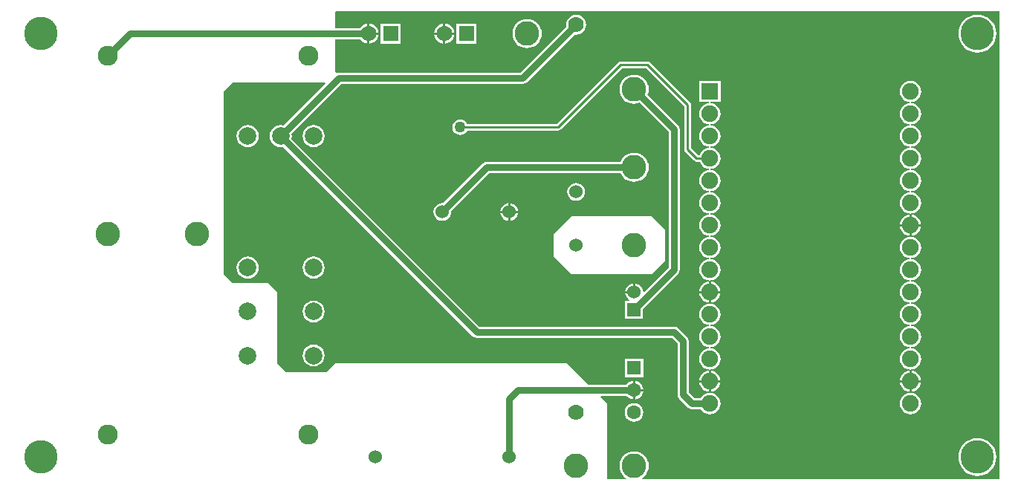
<source format=gbl>
G04 Layer_Physical_Order=2*
G04 Layer_Color=11436288*
%FSLAX25Y25*%
%MOIN*%
G70*
G01*
G75*
%ADD15C,0.01000*%
%ADD16C,0.03000*%
%ADD17C,0.09000*%
%ADD18R,0.06000X0.06000*%
%ADD19C,0.06000*%
%ADD20C,0.06299*%
%ADD21R,0.06299X0.06299*%
%ADD22C,0.11000*%
%ADD23C,0.07000*%
%ADD24C,0.07874*%
%ADD25C,0.07500*%
%ADD26R,0.07500X0.07500*%
%ADD27C,0.15000*%
%ADD28R,0.07000X0.07000*%
%ADD29C,0.05000*%
G36*
X1250000Y700000D02*
Y490353D01*
X1249646Y490000D01*
X1100000Y490000D01*
X1089592D01*
X1089471Y490485D01*
X1089629Y490569D01*
X1090618Y491382D01*
X1091431Y492371D01*
X1092034Y493501D01*
X1092406Y494726D01*
X1092531Y496000D01*
X1092406Y497274D01*
X1092034Y498499D01*
X1091431Y499629D01*
X1090618Y500618D01*
X1089629Y501431D01*
X1088500Y502034D01*
X1087274Y502406D01*
X1086000Y502531D01*
X1084726Y502406D01*
X1083500Y502034D01*
X1082371Y501431D01*
X1081382Y500618D01*
X1080569Y499629D01*
X1079966Y498499D01*
X1079594Y497274D01*
X1079469Y496000D01*
X1079594Y494726D01*
X1079966Y493501D01*
X1080569Y492371D01*
X1081382Y491382D01*
X1082371Y490569D01*
X1082529Y490485D01*
X1082407Y490000D01*
X1074000D01*
Y524000D01*
X1071011Y526989D01*
X1071202Y527451D01*
X1082725D01*
X1083041Y527040D01*
X1083907Y526375D01*
X1084917Y525957D01*
X1085500Y525880D01*
Y530000D01*
Y534120D01*
X1084917Y534043D01*
X1083907Y533625D01*
X1083041Y532960D01*
X1082725Y532549D01*
X1065451D01*
X1056000Y542000D01*
X952000D01*
X948000Y538000D01*
X930000D01*
X926000Y542000D01*
Y574000D01*
X922000Y578000D01*
X906000D01*
X902000Y582000D01*
Y664000D01*
X906000Y668000D01*
X947206D01*
X947397Y667538D01*
X928679Y648820D01*
X927464Y648980D01*
X926175Y648810D01*
X924974Y648313D01*
X923943Y647521D01*
X923151Y646490D01*
X922654Y645289D01*
X922484Y644000D01*
X922654Y642711D01*
X923151Y641510D01*
X923943Y640479D01*
X924974Y639687D01*
X926175Y639190D01*
X927464Y639020D01*
X928679Y639180D01*
X1013661Y554198D01*
X1014488Y553645D01*
X1015464Y553451D01*
X1102944D01*
X1105451Y550944D01*
Y528000D01*
X1105645Y527025D01*
X1106198Y526198D01*
X1110198Y522198D01*
X1111024Y521645D01*
X1112000Y521451D01*
X1115969D01*
X1116612Y520612D01*
X1117605Y519851D01*
X1118760Y519372D01*
X1120000Y519209D01*
X1121240Y519372D01*
X1122396Y519851D01*
X1123388Y520612D01*
X1124149Y521604D01*
X1124628Y522760D01*
X1124791Y524000D01*
X1124628Y525240D01*
X1124149Y526396D01*
X1123388Y527388D01*
X1122396Y528149D01*
X1121240Y528628D01*
X1120328Y528748D01*
Y528770D01*
X1120157D01*
X1120000Y528791D01*
X1119843Y528770D01*
X1119672D01*
Y528748D01*
X1118760Y528628D01*
X1117605Y528149D01*
X1116612Y527388D01*
X1115969Y526549D01*
X1113056D01*
X1110549Y529056D01*
Y552000D01*
X1110355Y552976D01*
X1109802Y553802D01*
X1105802Y557802D01*
X1104975Y558355D01*
X1104000Y558549D01*
X1016520D01*
X932283Y642785D01*
X932443Y644000D01*
X932283Y645215D01*
X954520Y667451D01*
X1036000D01*
X1036975Y667645D01*
X1037802Y668198D01*
X1059175Y689570D01*
X1060000Y689461D01*
X1061175Y689616D01*
X1062269Y690069D01*
X1063209Y690791D01*
X1063931Y691731D01*
X1064384Y692825D01*
X1064539Y694000D01*
X1064384Y695175D01*
X1063931Y696269D01*
X1063209Y697209D01*
X1062269Y697931D01*
X1061175Y698384D01*
X1060000Y698539D01*
X1058825Y698384D01*
X1057731Y697931D01*
X1056791Y697209D01*
X1056069Y696269D01*
X1055616Y695175D01*
X1055461Y694000D01*
X1055570Y693175D01*
X1034944Y672549D01*
X953464D01*
X952500Y672357D01*
X952410Y672341D01*
X952000Y672628D01*
Y687451D01*
X963084D01*
X963591Y686791D01*
X964531Y686069D01*
X965625Y685616D01*
X966300Y685527D01*
Y690000D01*
Y694473D01*
X965625Y694384D01*
X964531Y693931D01*
X963591Y693209D01*
X963084Y692549D01*
X952000D01*
Y699646D01*
X952354Y700000D01*
X1250000Y700000D01*
D02*
G37*
%LPC*%
G36*
X942228Y550554D02*
X940939Y550385D01*
X939738Y549887D01*
X938706Y549096D01*
X937915Y548065D01*
X937418Y546864D01*
X937248Y545575D01*
X937418Y544286D01*
X937915Y543085D01*
X938706Y542054D01*
X939738Y541262D01*
X940939Y540765D01*
X942228Y540595D01*
X943516Y540765D01*
X944717Y541262D01*
X945749Y542054D01*
X946540Y543085D01*
X947038Y544286D01*
X947207Y545575D01*
X947038Y546864D01*
X946540Y548065D01*
X945749Y549096D01*
X944717Y549887D01*
X943516Y550385D01*
X942228Y550554D01*
D02*
G37*
G36*
Y570239D02*
X940939Y570070D01*
X939738Y569572D01*
X938706Y568781D01*
X937915Y567750D01*
X937418Y566549D01*
X937248Y565260D01*
X937418Y563971D01*
X937915Y562770D01*
X938706Y561739D01*
X939738Y560947D01*
X940939Y560450D01*
X942228Y560280D01*
X943516Y560450D01*
X944717Y560947D01*
X945749Y561739D01*
X946540Y562770D01*
X947038Y563971D01*
X947207Y565260D01*
X947038Y566549D01*
X946540Y567750D01*
X945749Y568781D01*
X944717Y569572D01*
X943516Y570070D01*
X942228Y570239D01*
D02*
G37*
G36*
X1119500Y573500D02*
X1115275D01*
X1115372Y572760D01*
X1115851Y571604D01*
X1116612Y570612D01*
X1117605Y569851D01*
X1118760Y569372D01*
X1119500Y569275D01*
Y573500D01*
D02*
G37*
G36*
X1120000Y568791D02*
X1119843Y568771D01*
X1119672D01*
Y568748D01*
X1118760Y568628D01*
X1117605Y568149D01*
X1116612Y567388D01*
X1115851Y566396D01*
X1115372Y565240D01*
X1115209Y564000D01*
X1115372Y562760D01*
X1115851Y561604D01*
X1116612Y560612D01*
X1117605Y559851D01*
X1118760Y559372D01*
X1119672Y559252D01*
Y558748D01*
X1118760Y558628D01*
X1117605Y558149D01*
X1116612Y557388D01*
X1115851Y556395D01*
X1115372Y555240D01*
X1115209Y554000D01*
X1115372Y552760D01*
X1115851Y551605D01*
X1116612Y550612D01*
X1117605Y549851D01*
X1118760Y549372D01*
X1119672Y549252D01*
Y548748D01*
X1118760Y548628D01*
X1117605Y548149D01*
X1116612Y547388D01*
X1115851Y546395D01*
X1115372Y545240D01*
X1115209Y544000D01*
X1115372Y542760D01*
X1115851Y541605D01*
X1116612Y540612D01*
X1117605Y539851D01*
X1118760Y539372D01*
X1119672Y539252D01*
Y539229D01*
X1119843D01*
X1120000Y539209D01*
X1120157Y539229D01*
X1120328D01*
Y539252D01*
X1121240Y539372D01*
X1122396Y539851D01*
X1123388Y540612D01*
X1124149Y541605D01*
X1124628Y542760D01*
X1124791Y544000D01*
X1124628Y545240D01*
X1124149Y546395D01*
X1123388Y547388D01*
X1122396Y548149D01*
X1121240Y548628D01*
X1120328Y548748D01*
Y549252D01*
X1121240Y549372D01*
X1122396Y549851D01*
X1123388Y550612D01*
X1124149Y551605D01*
X1124628Y552760D01*
X1124791Y554000D01*
X1124628Y555240D01*
X1124149Y556395D01*
X1123388Y557388D01*
X1122396Y558149D01*
X1121240Y558628D01*
X1120328Y558748D01*
Y559252D01*
X1121240Y559372D01*
X1122396Y559851D01*
X1123388Y560612D01*
X1124149Y561604D01*
X1124628Y562760D01*
X1124791Y564000D01*
X1124628Y565240D01*
X1124149Y566396D01*
X1123388Y567388D01*
X1122396Y568149D01*
X1121240Y568628D01*
X1120328Y568748D01*
Y568771D01*
X1120157D01*
X1120000Y568791D01*
D02*
G37*
G36*
X1210000Y598791D02*
X1209843Y598771D01*
X1209672D01*
Y598748D01*
X1208760Y598628D01*
X1207605Y598149D01*
X1206612Y597388D01*
X1205851Y596395D01*
X1205372Y595240D01*
X1205209Y594000D01*
X1205372Y592760D01*
X1205851Y591605D01*
X1206612Y590612D01*
X1207605Y589851D01*
X1208760Y589372D01*
X1209672Y589252D01*
Y588748D01*
X1208760Y588628D01*
X1207605Y588149D01*
X1206612Y587388D01*
X1205851Y586396D01*
X1205372Y585240D01*
X1205209Y584000D01*
X1205372Y582760D01*
X1205851Y581604D01*
X1206612Y580612D01*
X1207605Y579851D01*
X1208760Y579372D01*
X1209672Y579252D01*
Y578748D01*
X1208760Y578628D01*
X1207605Y578149D01*
X1206612Y577388D01*
X1205851Y576396D01*
X1205372Y575240D01*
X1205209Y574000D01*
X1205372Y572760D01*
X1205851Y571604D01*
X1206612Y570612D01*
X1207605Y569851D01*
X1208760Y569372D01*
X1209672Y569252D01*
Y568748D01*
X1208760Y568628D01*
X1207605Y568149D01*
X1206612Y567388D01*
X1205851Y566396D01*
X1205372Y565240D01*
X1205209Y564000D01*
X1205372Y562760D01*
X1205851Y561604D01*
X1206612Y560612D01*
X1207605Y559851D01*
X1208760Y559372D01*
X1209672Y559252D01*
Y558748D01*
X1208760Y558628D01*
X1207605Y558149D01*
X1206612Y557388D01*
X1205851Y556395D01*
X1205372Y555240D01*
X1205209Y554000D01*
X1205372Y552760D01*
X1205851Y551605D01*
X1206612Y550612D01*
X1207605Y549851D01*
X1208760Y549372D01*
X1209672Y549252D01*
Y548748D01*
X1208760Y548628D01*
X1207605Y548149D01*
X1206612Y547388D01*
X1205851Y546395D01*
X1205372Y545240D01*
X1205209Y544000D01*
X1205372Y542760D01*
X1205851Y541605D01*
X1206612Y540612D01*
X1207605Y539851D01*
X1208760Y539372D01*
X1209672Y539252D01*
Y539229D01*
X1209843D01*
X1210000Y539209D01*
X1210157Y539229D01*
X1210328D01*
Y539252D01*
X1211240Y539372D01*
X1212395Y539851D01*
X1213388Y540612D01*
X1214149Y541605D01*
X1214628Y542760D01*
X1214791Y544000D01*
X1214628Y545240D01*
X1214149Y546395D01*
X1213388Y547388D01*
X1212395Y548149D01*
X1211240Y548628D01*
X1210328Y548748D01*
Y549252D01*
X1211240Y549372D01*
X1212395Y549851D01*
X1213388Y550612D01*
X1214149Y551605D01*
X1214628Y552760D01*
X1214791Y554000D01*
X1214628Y555240D01*
X1214149Y556395D01*
X1213388Y557388D01*
X1212395Y558149D01*
X1211240Y558628D01*
X1210328Y558748D01*
Y559252D01*
X1211240Y559372D01*
X1212395Y559851D01*
X1213388Y560612D01*
X1214149Y561604D01*
X1214628Y562760D01*
X1214791Y564000D01*
X1214628Y565240D01*
X1214149Y566396D01*
X1213388Y567388D01*
X1212395Y568149D01*
X1211240Y568628D01*
X1210328Y568748D01*
Y569252D01*
X1211240Y569372D01*
X1212395Y569851D01*
X1213388Y570612D01*
X1214149Y571604D01*
X1214628Y572760D01*
X1214791Y574000D01*
X1214628Y575240D01*
X1214149Y576396D01*
X1213388Y577388D01*
X1212395Y578149D01*
X1211240Y578628D01*
X1210328Y578748D01*
Y579252D01*
X1211240Y579372D01*
X1212395Y579851D01*
X1213388Y580612D01*
X1214149Y581604D01*
X1214628Y582760D01*
X1214791Y584000D01*
X1214628Y585240D01*
X1214149Y586396D01*
X1213388Y587388D01*
X1212395Y588149D01*
X1211240Y588628D01*
X1210328Y588748D01*
Y589252D01*
X1211240Y589372D01*
X1212395Y589851D01*
X1213388Y590612D01*
X1214149Y591605D01*
X1214628Y592760D01*
X1214791Y594000D01*
X1214628Y595240D01*
X1214149Y596395D01*
X1213388Y597388D01*
X1212395Y598149D01*
X1211240Y598628D01*
X1210328Y598748D01*
Y598771D01*
X1210157D01*
X1210000Y598791D01*
D02*
G37*
G36*
X1090150Y544150D02*
X1081850D01*
Y535850D01*
X1090150D01*
Y544150D01*
D02*
G37*
G36*
X1119500Y578725D02*
X1118760Y578628D01*
X1117605Y578149D01*
X1116612Y577388D01*
X1115851Y576396D01*
X1115372Y575240D01*
X1115275Y574500D01*
X1119500D01*
Y578725D01*
D02*
G37*
G36*
X1120500D02*
Y574500D01*
X1124725D01*
X1124628Y575240D01*
X1124149Y576396D01*
X1123388Y577388D01*
X1122396Y578149D01*
X1121240Y578628D01*
X1120500Y578725D01*
D02*
G37*
G36*
X1092000Y677529D02*
X1080000D01*
X1079415Y677413D01*
X1078919Y677081D01*
X1051367Y649529D01*
X1011155D01*
X1011057Y649765D01*
X1010496Y650496D01*
X1009765Y651057D01*
X1008914Y651410D01*
X1008000Y651530D01*
X1007086Y651410D01*
X1006235Y651057D01*
X1005504Y650496D01*
X1004943Y649765D01*
X1004590Y648914D01*
X1004470Y648000D01*
X1004590Y647086D01*
X1004943Y646235D01*
X1005504Y645504D01*
X1006235Y644943D01*
X1007086Y644590D01*
X1008000Y644470D01*
X1008914Y644590D01*
X1009765Y644943D01*
X1010496Y645504D01*
X1011057Y646235D01*
X1011155Y646471D01*
X1052000D01*
X1052585Y646587D01*
X1053081Y646919D01*
X1080634Y674471D01*
X1091366D01*
X1108471Y657367D01*
Y638000D01*
X1108587Y637415D01*
X1108919Y636919D01*
X1112918Y632919D01*
X1113415Y632587D01*
X1113512Y632568D01*
X1114000Y632471D01*
X1115492D01*
X1115851Y631604D01*
X1116612Y630612D01*
X1117605Y629851D01*
X1118760Y629372D01*
X1119672Y629252D01*
Y628748D01*
X1118760Y628628D01*
X1117605Y628149D01*
X1116612Y627388D01*
X1115851Y626396D01*
X1115372Y625240D01*
X1115209Y624000D01*
X1115372Y622760D01*
X1115851Y621604D01*
X1116612Y620612D01*
X1117605Y619851D01*
X1118760Y619372D01*
X1119672Y619252D01*
Y618748D01*
X1118760Y618628D01*
X1117605Y618149D01*
X1116612Y617388D01*
X1115851Y616396D01*
X1115372Y615240D01*
X1115209Y614000D01*
X1115372Y612760D01*
X1115851Y611604D01*
X1116612Y610612D01*
X1117605Y609851D01*
X1118760Y609372D01*
X1119672Y609252D01*
Y608748D01*
X1118760Y608628D01*
X1117605Y608149D01*
X1116612Y607388D01*
X1115851Y606395D01*
X1115372Y605240D01*
X1115209Y604000D01*
X1115372Y602760D01*
X1115851Y601605D01*
X1116612Y600612D01*
X1117605Y599851D01*
X1118760Y599372D01*
X1119672Y599252D01*
Y598748D01*
X1118760Y598628D01*
X1117605Y598149D01*
X1116612Y597388D01*
X1115851Y596395D01*
X1115372Y595240D01*
X1115209Y594000D01*
X1115372Y592760D01*
X1115851Y591605D01*
X1116612Y590612D01*
X1117605Y589851D01*
X1118760Y589372D01*
X1119672Y589252D01*
Y588748D01*
X1118760Y588628D01*
X1117605Y588149D01*
X1116612Y587388D01*
X1115851Y586396D01*
X1115372Y585240D01*
X1115209Y584000D01*
X1115372Y582760D01*
X1115851Y581604D01*
X1116612Y580612D01*
X1117605Y579851D01*
X1118760Y579372D01*
X1119672Y579252D01*
Y579229D01*
X1119843D01*
X1120000Y579209D01*
X1120157Y579229D01*
X1120328D01*
Y579252D01*
X1121240Y579372D01*
X1122396Y579851D01*
X1123388Y580612D01*
X1124149Y581604D01*
X1124628Y582760D01*
X1124791Y584000D01*
X1124628Y585240D01*
X1124149Y586396D01*
X1123388Y587388D01*
X1122396Y588149D01*
X1121240Y588628D01*
X1120328Y588748D01*
Y589252D01*
X1121240Y589372D01*
X1122396Y589851D01*
X1123388Y590612D01*
X1124149Y591605D01*
X1124628Y592760D01*
X1124791Y594000D01*
X1124628Y595240D01*
X1124149Y596395D01*
X1123388Y597388D01*
X1122396Y598149D01*
X1121240Y598628D01*
X1120328Y598748D01*
Y599252D01*
X1121240Y599372D01*
X1122396Y599851D01*
X1123388Y600612D01*
X1124149Y601605D01*
X1124628Y602760D01*
X1124791Y604000D01*
X1124628Y605240D01*
X1124149Y606395D01*
X1123388Y607388D01*
X1122396Y608149D01*
X1121240Y608628D01*
X1120328Y608748D01*
Y609252D01*
X1121240Y609372D01*
X1122396Y609851D01*
X1123388Y610612D01*
X1124149Y611604D01*
X1124628Y612760D01*
X1124791Y614000D01*
X1124628Y615240D01*
X1124149Y616396D01*
X1123388Y617388D01*
X1122396Y618149D01*
X1121240Y618628D01*
X1120328Y618748D01*
Y619252D01*
X1121240Y619372D01*
X1122396Y619851D01*
X1123388Y620612D01*
X1124149Y621604D01*
X1124628Y622760D01*
X1124791Y624000D01*
X1124628Y625240D01*
X1124149Y626396D01*
X1123388Y627388D01*
X1122396Y628149D01*
X1121240Y628628D01*
X1120328Y628748D01*
Y629252D01*
X1121240Y629372D01*
X1122396Y629851D01*
X1123388Y630612D01*
X1124149Y631604D01*
X1124628Y632760D01*
X1124791Y634000D01*
X1124628Y635240D01*
X1124149Y636396D01*
X1123388Y637388D01*
X1122396Y638149D01*
X1121240Y638628D01*
X1120328Y638748D01*
Y639252D01*
X1121240Y639372D01*
X1122396Y639851D01*
X1123388Y640612D01*
X1124149Y641605D01*
X1124628Y642760D01*
X1124791Y644000D01*
X1124628Y645240D01*
X1124149Y646395D01*
X1123388Y647388D01*
X1122396Y648149D01*
X1121240Y648628D01*
X1120328Y648748D01*
Y649252D01*
X1121240Y649372D01*
X1122396Y649851D01*
X1123388Y650612D01*
X1124149Y651605D01*
X1124628Y652760D01*
X1124791Y654000D01*
X1124628Y655240D01*
X1124149Y656395D01*
X1123388Y657388D01*
X1122396Y658149D01*
X1121240Y658628D01*
X1120311Y658750D01*
X1120344Y659250D01*
X1124750D01*
Y668750D01*
X1115250D01*
Y659250D01*
X1119656D01*
X1119689Y658750D01*
X1118760Y658628D01*
X1117605Y658149D01*
X1116612Y657388D01*
X1115851Y656395D01*
X1115372Y655240D01*
X1115209Y654000D01*
X1115372Y652760D01*
X1115851Y651605D01*
X1116612Y650612D01*
X1117605Y649851D01*
X1118760Y649372D01*
X1119672Y649252D01*
Y648748D01*
X1118760Y648628D01*
X1117605Y648149D01*
X1116612Y647388D01*
X1115851Y646395D01*
X1115372Y645240D01*
X1115209Y644000D01*
X1115372Y642760D01*
X1115851Y641605D01*
X1116612Y640612D01*
X1117605Y639851D01*
X1118760Y639372D01*
X1119672Y639252D01*
Y638748D01*
X1118760Y638628D01*
X1117605Y638149D01*
X1116612Y637388D01*
X1115851Y636396D01*
X1115492Y635529D01*
X1114633D01*
X1111529Y638633D01*
Y658000D01*
X1111432Y658488D01*
X1111413Y658585D01*
X1111081Y659081D01*
X1093081Y677081D01*
X1092585Y677413D01*
X1092000Y677529D01*
D02*
G37*
G36*
X1124725Y573500D02*
X1120500D01*
Y569275D01*
X1121240Y569372D01*
X1122396Y569851D01*
X1123388Y570612D01*
X1124149Y571604D01*
X1124628Y572760D01*
X1124725Y573500D01*
D02*
G37*
G36*
X1086000Y671531D02*
X1084726Y671406D01*
X1083500Y671034D01*
X1082371Y670431D01*
X1081382Y669618D01*
X1080569Y668629D01*
X1079966Y667499D01*
X1079594Y666274D01*
X1079469Y665000D01*
X1079594Y663726D01*
X1079966Y662500D01*
X1080569Y661371D01*
X1081382Y660382D01*
X1082371Y659569D01*
X1083500Y658966D01*
X1084726Y658594D01*
X1086000Y658468D01*
X1087274Y658594D01*
X1088446Y658949D01*
X1101451Y645944D01*
Y585119D01*
X1090508Y574175D01*
X1089980Y574355D01*
X1089897Y574981D01*
X1089494Y575954D01*
X1088853Y576790D01*
X1088017Y577431D01*
X1087044Y577834D01*
X1086500Y577906D01*
Y573937D01*
X1086000D01*
Y573437D01*
X1082031D01*
X1082103Y572893D01*
X1082506Y571920D01*
X1083147Y571084D01*
X1083826Y570563D01*
X1083657Y570063D01*
X1082000D01*
Y562063D01*
X1090000D01*
Y566458D01*
X1105802Y582261D01*
X1106355Y583087D01*
X1106549Y584063D01*
Y647000D01*
X1106355Y647975D01*
X1105802Y648802D01*
X1092051Y662554D01*
X1092406Y663726D01*
X1092531Y665000D01*
X1092406Y666274D01*
X1092034Y667499D01*
X1091431Y668629D01*
X1090618Y669618D01*
X1089629Y670431D01*
X1088500Y671034D01*
X1087274Y671406D01*
X1086000Y671531D01*
D02*
G37*
G36*
X1085500Y577906D02*
X1084956Y577834D01*
X1083983Y577431D01*
X1083147Y576790D01*
X1082506Y575954D01*
X1082103Y574981D01*
X1082031Y574437D01*
X1085500D01*
Y577906D01*
D02*
G37*
G36*
X1210500Y538725D02*
Y534500D01*
X1214725D01*
X1214628Y535240D01*
X1214149Y536396D01*
X1213388Y537388D01*
X1212395Y538149D01*
X1211240Y538628D01*
X1210500Y538725D01*
D02*
G37*
G36*
X1090120Y529500D02*
X1086500D01*
Y525880D01*
X1087083Y525957D01*
X1088093Y526375D01*
X1088960Y527040D01*
X1089625Y527907D01*
X1090043Y528917D01*
X1090120Y529500D01*
D02*
G37*
G36*
X1119500Y533500D02*
X1115275D01*
X1115372Y532760D01*
X1115851Y531604D01*
X1116612Y530612D01*
X1117605Y529851D01*
X1118760Y529372D01*
X1119500Y529275D01*
Y533500D01*
D02*
G37*
G36*
X1124725D02*
X1120500D01*
Y529275D01*
X1121240Y529372D01*
X1122396Y529851D01*
X1123388Y530612D01*
X1124149Y531604D01*
X1124628Y532760D01*
X1124725Y533500D01*
D02*
G37*
G36*
X1240000Y508541D02*
X1238334Y508377D01*
X1236732Y507891D01*
X1235255Y507102D01*
X1233961Y506039D01*
X1232898Y504745D01*
X1232109Y503268D01*
X1231623Y501666D01*
X1231459Y500000D01*
X1231623Y498334D01*
X1232109Y496732D01*
X1232898Y495255D01*
X1233961Y493961D01*
X1235255Y492898D01*
X1236732Y492109D01*
X1238334Y491623D01*
X1240000Y491459D01*
X1241666Y491623D01*
X1243268Y492109D01*
X1244745Y492898D01*
X1246039Y493961D01*
X1247102Y495255D01*
X1247891Y496732D01*
X1248377Y498334D01*
X1248541Y500000D01*
X1248377Y501666D01*
X1247891Y503268D01*
X1247102Y504745D01*
X1246039Y506039D01*
X1244745Y507102D01*
X1243268Y507891D01*
X1241666Y508377D01*
X1240000Y508541D01*
D02*
G37*
G36*
X1086000Y524185D02*
X1084917Y524043D01*
X1083907Y523625D01*
X1083041Y522960D01*
X1082375Y522093D01*
X1081957Y521083D01*
X1081815Y520000D01*
X1081957Y518917D01*
X1082375Y517907D01*
X1083041Y517040D01*
X1083907Y516375D01*
X1084917Y515957D01*
X1086000Y515815D01*
X1087083Y515957D01*
X1088093Y516375D01*
X1088960Y517040D01*
X1089625Y517907D01*
X1090043Y518917D01*
X1090185Y520000D01*
X1090043Y521083D01*
X1089625Y522093D01*
X1088960Y522960D01*
X1088093Y523625D01*
X1087083Y524043D01*
X1086000Y524185D01*
D02*
G37*
G36*
X1210000Y528791D02*
X1209843Y528770D01*
X1209672D01*
Y528748D01*
X1208760Y528628D01*
X1207605Y528149D01*
X1206612Y527388D01*
X1205851Y526396D01*
X1205372Y525240D01*
X1205209Y524000D01*
X1205372Y522760D01*
X1205851Y521604D01*
X1206612Y520612D01*
X1207605Y519851D01*
X1208760Y519372D01*
X1210000Y519209D01*
X1211240Y519372D01*
X1212395Y519851D01*
X1213388Y520612D01*
X1214149Y521604D01*
X1214628Y522760D01*
X1214791Y524000D01*
X1214628Y525240D01*
X1214149Y526396D01*
X1213388Y527388D01*
X1212395Y528149D01*
X1211240Y528628D01*
X1210328Y528748D01*
Y528770D01*
X1210157D01*
X1210000Y528791D01*
D02*
G37*
G36*
X1119500Y538725D02*
X1118760Y538628D01*
X1117605Y538149D01*
X1116612Y537388D01*
X1115851Y536396D01*
X1115372Y535240D01*
X1115275Y534500D01*
X1119500D01*
Y538725D01*
D02*
G37*
G36*
X1120500D02*
Y534500D01*
X1124725D01*
X1124628Y535240D01*
X1124149Y536396D01*
X1123388Y537388D01*
X1122396Y538149D01*
X1121240Y538628D01*
X1120500Y538725D01*
D02*
G37*
G36*
X1209500D02*
X1208760Y538628D01*
X1207605Y538149D01*
X1206612Y537388D01*
X1205851Y536396D01*
X1205372Y535240D01*
X1205275Y534500D01*
X1209500D01*
Y538725D01*
D02*
G37*
G36*
Y533500D02*
X1205275D01*
X1205372Y532760D01*
X1205851Y531604D01*
X1206612Y530612D01*
X1207605Y529851D01*
X1208760Y529372D01*
X1209500Y529275D01*
Y533500D01*
D02*
G37*
G36*
X1214725D02*
X1210500D01*
Y529275D01*
X1211240Y529372D01*
X1212395Y529851D01*
X1213388Y530612D01*
X1214149Y531604D01*
X1214628Y532760D01*
X1214725Y533500D01*
D02*
G37*
G36*
X1086500Y534120D02*
Y530500D01*
X1090120D01*
X1090043Y531083D01*
X1089625Y532093D01*
X1088960Y532960D01*
X1088093Y533625D01*
X1087083Y534043D01*
X1086500Y534120D01*
D02*
G37*
G36*
X912700Y589924D02*
X911411Y589755D01*
X910210Y589257D01*
X909179Y588466D01*
X908387Y587435D01*
X907890Y586234D01*
X907720Y584945D01*
X907890Y583656D01*
X908387Y582455D01*
X909179Y581424D01*
X910210Y580632D01*
X911411Y580135D01*
X912700Y579965D01*
X913989Y580135D01*
X915190Y580632D01*
X916221Y581424D01*
X917013Y582455D01*
X917510Y583656D01*
X917680Y584945D01*
X917510Y586234D01*
X917013Y587435D01*
X916221Y588466D01*
X915190Y589257D01*
X913989Y589755D01*
X912700Y589924D01*
D02*
G37*
G36*
X1038000Y696531D02*
X1036726Y696406D01*
X1035501Y696034D01*
X1034371Y695431D01*
X1033382Y694618D01*
X1032569Y693629D01*
X1031966Y692499D01*
X1031594Y691274D01*
X1031468Y690000D01*
X1031594Y688726D01*
X1031966Y687500D01*
X1032569Y686371D01*
X1033382Y685382D01*
X1034371Y684569D01*
X1035501Y683966D01*
X1036726Y683594D01*
X1038000Y683468D01*
X1039274Y683594D01*
X1040499Y683966D01*
X1041629Y684569D01*
X1042618Y685382D01*
X1043431Y686371D01*
X1044034Y687500D01*
X1044406Y688726D01*
X1044532Y690000D01*
X1044406Y691274D01*
X1044034Y692499D01*
X1043431Y693629D01*
X1042618Y694618D01*
X1041629Y695431D01*
X1040499Y696034D01*
X1039274Y696406D01*
X1038000Y696531D01*
D02*
G37*
G36*
X981300Y694500D02*
X972300D01*
Y685500D01*
X981300D01*
Y694500D01*
D02*
G37*
G36*
X1015300D02*
X1006300D01*
Y685500D01*
X1015300D01*
Y694500D01*
D02*
G37*
G36*
X912700Y648980D02*
X911411Y648810D01*
X910210Y648313D01*
X909179Y647521D01*
X908387Y646490D01*
X907890Y645289D01*
X907720Y644000D01*
X907890Y642711D01*
X908387Y641510D01*
X909179Y640479D01*
X910210Y639687D01*
X911411Y639190D01*
X912700Y639020D01*
X913989Y639190D01*
X915190Y639687D01*
X916221Y640479D01*
X917013Y641510D01*
X917510Y642711D01*
X917680Y644000D01*
X917510Y645289D01*
X917013Y646490D01*
X916221Y647521D01*
X915190Y648313D01*
X913989Y648810D01*
X912700Y648980D01*
D02*
G37*
G36*
X942228D02*
X940939Y648810D01*
X939738Y648313D01*
X938706Y647521D01*
X937915Y646490D01*
X937418Y645289D01*
X937248Y644000D01*
X937418Y642711D01*
X937915Y641510D01*
X938706Y640479D01*
X939738Y639687D01*
X940939Y639190D01*
X942228Y639020D01*
X943516Y639190D01*
X944717Y639687D01*
X945749Y640479D01*
X946540Y641510D01*
X947038Y642711D01*
X947207Y644000D01*
X947038Y645289D01*
X946540Y646490D01*
X945749Y647521D01*
X944717Y648313D01*
X943516Y648810D01*
X942228Y648980D01*
D02*
G37*
G36*
X1240000Y698541D02*
X1238334Y698377D01*
X1236732Y697891D01*
X1235255Y697102D01*
X1233961Y696039D01*
X1232898Y694745D01*
X1232109Y693268D01*
X1231623Y691666D01*
X1231459Y690000D01*
X1231623Y688334D01*
X1232109Y686731D01*
X1232898Y685255D01*
X1233961Y683960D01*
X1235255Y682898D01*
X1236732Y682109D01*
X1238334Y681623D01*
X1240000Y681459D01*
X1241666Y681623D01*
X1243268Y682109D01*
X1244745Y682898D01*
X1246039Y683960D01*
X1247102Y685255D01*
X1247891Y686731D01*
X1248377Y688334D01*
X1248541Y690000D01*
X1248377Y691666D01*
X1247891Y693268D01*
X1247102Y694745D01*
X1246039Y696039D01*
X1244745Y697102D01*
X1243268Y697891D01*
X1241666Y698377D01*
X1240000Y698541D01*
D02*
G37*
G36*
X967300Y694473D02*
Y690500D01*
X971273D01*
X971184Y691175D01*
X970731Y692269D01*
X970009Y693209D01*
X969069Y693931D01*
X967975Y694384D01*
X967300Y694473D01*
D02*
G37*
G36*
X1000300D02*
X999625Y694384D01*
X998531Y693931D01*
X997591Y693209D01*
X996869Y692269D01*
X996416Y691175D01*
X996327Y690500D01*
X1000300D01*
Y694473D01*
D02*
G37*
G36*
X1001300D02*
Y690500D01*
X1005273D01*
X1005184Y691175D01*
X1004731Y692269D01*
X1004009Y693209D01*
X1003069Y693931D01*
X1001975Y694384D01*
X1001300Y694473D01*
D02*
G37*
G36*
X971273Y689500D02*
X967300D01*
Y685527D01*
X967975Y685616D01*
X969069Y686069D01*
X970009Y686791D01*
X970731Y687731D01*
X971184Y688825D01*
X971273Y689500D01*
D02*
G37*
G36*
X1000300D02*
X996327D01*
X996416Y688825D01*
X996869Y687731D01*
X997591Y686791D01*
X998531Y686069D01*
X999625Y685616D01*
X1000300Y685527D01*
Y689500D01*
D02*
G37*
G36*
X1005273D02*
X1001300D01*
Y685527D01*
X1001975Y685616D01*
X1003069Y686069D01*
X1004009Y686791D01*
X1004731Y687731D01*
X1005184Y688825D01*
X1005273Y689500D01*
D02*
G37*
G36*
X1086000Y636531D02*
X1084726Y636406D01*
X1083500Y636034D01*
X1082371Y635431D01*
X1081382Y634618D01*
X1080569Y633629D01*
X1079992Y632549D01*
X1020000D01*
X1019025Y632355D01*
X1018198Y631802D01*
X1000380Y613984D01*
X1000000Y614035D01*
X998956Y613897D01*
X997983Y613494D01*
X997147Y612853D01*
X996506Y612017D01*
X996103Y611044D01*
X995965Y610000D01*
X996103Y608956D01*
X996506Y607983D01*
X997147Y607147D01*
X997983Y606506D01*
X998956Y606103D01*
X1000000Y605966D01*
X1001044Y606103D01*
X1002017Y606506D01*
X1002853Y607147D01*
X1003494Y607983D01*
X1003897Y608956D01*
X1004035Y610000D01*
X1003985Y610380D01*
X1021056Y627451D01*
X1079992D01*
X1080569Y626371D01*
X1081382Y625382D01*
X1082371Y624569D01*
X1083500Y623966D01*
X1084726Y623594D01*
X1086000Y623468D01*
X1087274Y623594D01*
X1088500Y623966D01*
X1089629Y624569D01*
X1090618Y625382D01*
X1091431Y626371D01*
X1092034Y627500D01*
X1092406Y628726D01*
X1092531Y630000D01*
X1092406Y631274D01*
X1092034Y632500D01*
X1091431Y633629D01*
X1090618Y634618D01*
X1089629Y635431D01*
X1088500Y636034D01*
X1087274Y636406D01*
X1086000Y636531D01*
D02*
G37*
G36*
X1214725Y603500D02*
X1210500D01*
Y599275D01*
X1211240Y599372D01*
X1212395Y599851D01*
X1213388Y600612D01*
X1214149Y601605D01*
X1214628Y602760D01*
X1214725Y603500D01*
D02*
G37*
G36*
X1209500Y608725D02*
X1208760Y608628D01*
X1207605Y608149D01*
X1206612Y607388D01*
X1205851Y606395D01*
X1205372Y605240D01*
X1205275Y604500D01*
X1209500D01*
Y608725D01*
D02*
G37*
G36*
X1210500D02*
Y604500D01*
X1214725D01*
X1214628Y605240D01*
X1214149Y606395D01*
X1213388Y607388D01*
X1212395Y608149D01*
X1211240Y608628D01*
X1210500Y608725D01*
D02*
G37*
G36*
X942228Y589924D02*
X940939Y589755D01*
X939738Y589257D01*
X938706Y588466D01*
X937915Y587435D01*
X937418Y586234D01*
X937248Y584945D01*
X937418Y583656D01*
X937915Y582455D01*
X938706Y581424D01*
X939738Y580632D01*
X940939Y580135D01*
X942228Y579965D01*
X943516Y580135D01*
X944717Y580632D01*
X945749Y581424D01*
X946540Y582455D01*
X947038Y583656D01*
X947207Y584945D01*
X947038Y586234D01*
X946540Y587435D01*
X945749Y588466D01*
X944717Y589257D01*
X943516Y589755D01*
X942228Y589924D01*
D02*
G37*
G36*
X1094000Y608000D02*
X1058000D01*
X1050000Y600000D01*
Y590000D01*
X1058000Y582000D01*
X1094000D01*
X1100000Y588000D01*
Y602000D01*
X1094000Y608000D01*
D02*
G37*
G36*
X1209500Y603500D02*
X1205275D01*
X1205372Y602760D01*
X1205851Y601605D01*
X1206612Y600612D01*
X1207605Y599851D01*
X1208760Y599372D01*
X1209500Y599275D01*
Y603500D01*
D02*
G37*
G36*
X1029500Y613969D02*
X1028956Y613897D01*
X1027983Y613494D01*
X1027147Y612853D01*
X1026506Y612017D01*
X1026103Y611044D01*
X1026031Y610500D01*
X1029500D01*
Y613969D01*
D02*
G37*
G36*
X1030500D02*
Y610500D01*
X1033969D01*
X1033897Y611044D01*
X1033494Y612017D01*
X1032853Y612853D01*
X1032017Y613494D01*
X1031044Y613897D01*
X1030500Y613969D01*
D02*
G37*
G36*
X1060000Y623034D02*
X1058956Y622897D01*
X1057983Y622494D01*
X1057147Y621853D01*
X1056506Y621017D01*
X1056103Y620044D01*
X1055966Y619000D01*
X1056103Y617956D01*
X1056506Y616983D01*
X1057147Y616147D01*
X1057983Y615506D01*
X1058956Y615103D01*
X1060000Y614965D01*
X1061044Y615103D01*
X1062017Y615506D01*
X1062853Y616147D01*
X1063494Y616983D01*
X1063897Y617956D01*
X1064034Y619000D01*
X1063897Y620044D01*
X1063494Y621017D01*
X1062853Y621853D01*
X1062017Y622494D01*
X1061044Y622897D01*
X1060000Y623034D01*
D02*
G37*
G36*
X1029500Y609500D02*
X1026031D01*
X1026103Y608956D01*
X1026506Y607983D01*
X1027147Y607147D01*
X1027983Y606506D01*
X1028956Y606103D01*
X1029500Y606031D01*
Y609500D01*
D02*
G37*
G36*
X1033969D02*
X1030500D01*
Y606031D01*
X1031044Y606103D01*
X1032017Y606506D01*
X1032853Y607147D01*
X1033494Y607983D01*
X1033897Y608956D01*
X1033969Y609500D01*
D02*
G37*
G36*
X1210000Y668791D02*
X1208760Y668628D01*
X1207605Y668149D01*
X1206612Y667388D01*
X1205851Y666396D01*
X1205372Y665240D01*
X1205209Y664000D01*
X1205372Y662760D01*
X1205851Y661604D01*
X1206612Y660612D01*
X1207605Y659851D01*
X1208760Y659372D01*
X1209672Y659252D01*
Y658748D01*
X1208760Y658628D01*
X1207605Y658149D01*
X1206612Y657388D01*
X1205851Y656395D01*
X1205372Y655240D01*
X1205209Y654000D01*
X1205372Y652760D01*
X1205851Y651605D01*
X1206612Y650612D01*
X1207605Y649851D01*
X1208760Y649372D01*
X1209672Y649252D01*
Y648748D01*
X1208760Y648628D01*
X1207605Y648149D01*
X1206612Y647388D01*
X1205851Y646395D01*
X1205372Y645240D01*
X1205209Y644000D01*
X1205372Y642760D01*
X1205851Y641605D01*
X1206612Y640612D01*
X1207605Y639851D01*
X1208760Y639372D01*
X1209672Y639252D01*
Y638748D01*
X1208760Y638628D01*
X1207605Y638149D01*
X1206612Y637388D01*
X1205851Y636396D01*
X1205372Y635240D01*
X1205209Y634000D01*
X1205372Y632760D01*
X1205851Y631604D01*
X1206612Y630612D01*
X1207605Y629851D01*
X1208760Y629372D01*
X1209672Y629252D01*
Y628748D01*
X1208760Y628628D01*
X1207605Y628149D01*
X1206612Y627388D01*
X1205851Y626396D01*
X1205372Y625240D01*
X1205209Y624000D01*
X1205372Y622760D01*
X1205851Y621604D01*
X1206612Y620612D01*
X1207605Y619851D01*
X1208760Y619372D01*
X1209672Y619252D01*
Y618748D01*
X1208760Y618628D01*
X1207605Y618149D01*
X1206612Y617388D01*
X1205851Y616396D01*
X1205372Y615240D01*
X1205209Y614000D01*
X1205372Y612760D01*
X1205851Y611604D01*
X1206612Y610612D01*
X1207605Y609851D01*
X1208760Y609372D01*
X1209672Y609252D01*
Y609230D01*
X1209843D01*
X1210000Y609209D01*
X1210157Y609230D01*
X1210328D01*
Y609252D01*
X1211240Y609372D01*
X1212395Y609851D01*
X1213388Y610612D01*
X1214149Y611604D01*
X1214628Y612760D01*
X1214791Y614000D01*
X1214628Y615240D01*
X1214149Y616396D01*
X1213388Y617388D01*
X1212395Y618149D01*
X1211240Y618628D01*
X1210328Y618748D01*
Y619252D01*
X1211240Y619372D01*
X1212395Y619851D01*
X1213388Y620612D01*
X1214149Y621604D01*
X1214628Y622760D01*
X1214791Y624000D01*
X1214628Y625240D01*
X1214149Y626396D01*
X1213388Y627388D01*
X1212395Y628149D01*
X1211240Y628628D01*
X1210328Y628748D01*
Y629252D01*
X1211240Y629372D01*
X1212395Y629851D01*
X1213388Y630612D01*
X1214149Y631604D01*
X1214628Y632760D01*
X1214791Y634000D01*
X1214628Y635240D01*
X1214149Y636396D01*
X1213388Y637388D01*
X1212395Y638149D01*
X1211240Y638628D01*
X1210328Y638748D01*
Y639252D01*
X1211240Y639372D01*
X1212395Y639851D01*
X1213388Y640612D01*
X1214149Y641605D01*
X1214628Y642760D01*
X1214791Y644000D01*
X1214628Y645240D01*
X1214149Y646395D01*
X1213388Y647388D01*
X1212395Y648149D01*
X1211240Y648628D01*
X1210328Y648748D01*
Y649252D01*
X1211240Y649372D01*
X1212395Y649851D01*
X1213388Y650612D01*
X1214149Y651605D01*
X1214628Y652760D01*
X1214791Y654000D01*
X1214628Y655240D01*
X1214149Y656395D01*
X1213388Y657388D01*
X1212395Y658149D01*
X1211240Y658628D01*
X1210328Y658748D01*
Y659252D01*
X1211240Y659372D01*
X1212395Y659851D01*
X1213388Y660612D01*
X1214149Y661604D01*
X1214628Y662760D01*
X1214791Y664000D01*
X1214628Y665240D01*
X1214149Y666396D01*
X1213388Y667388D01*
X1212395Y668149D01*
X1211240Y668628D01*
X1210000Y668791D01*
D02*
G37*
%LPD*%
D15*
X1114000Y634000D02*
X1120000D01*
X1110000Y638000D02*
X1114000Y634000D01*
X1110000Y638000D02*
Y658000D01*
X1092000Y676000D02*
X1110000Y658000D01*
X1080000Y676000D02*
X1092000D01*
X1052000Y648000D02*
X1080000Y676000D01*
X1008000Y648000D02*
X1052000D01*
D16*
X1034000Y530000D02*
X1086000D01*
X1030000Y526000D02*
X1034000Y530000D01*
X1030000Y500000D02*
Y526000D01*
X850000Y680000D02*
X860000Y690000D01*
X966800D01*
X1108000Y528000D02*
Y552000D01*
X1104000Y556000D02*
X1108000Y552000D01*
X1015464Y556000D02*
X1104000D01*
X1112000Y524000D02*
X1120000D01*
X1108000Y528000D02*
X1112000Y524000D01*
X927464Y644000D02*
X1015464Y556000D01*
X1036000Y670000D02*
X1060000Y694000D01*
X953464Y670000D02*
X1036000D01*
X1086000Y665000D02*
X1104000Y647000D01*
Y584063D02*
Y647000D01*
X1086000Y566063D02*
X1104000Y584063D01*
X1000000Y610000D02*
X1020000Y630000D01*
X1086000D01*
X927464Y644000D02*
X953464Y670000D01*
D17*
X850000Y680000D02*
D03*
Y510000D02*
D03*
X940000D02*
D03*
Y680000D02*
D03*
D18*
X1086000Y566063D02*
D03*
D19*
Y573937D02*
D03*
X1060000Y619000D02*
D03*
Y595000D02*
D03*
X970000Y500000D02*
D03*
X1030000D02*
D03*
X1000000Y610000D02*
D03*
X1030000D02*
D03*
D20*
X1086000Y520000D02*
D03*
Y530000D02*
D03*
D21*
Y540000D02*
D03*
D22*
Y595000D02*
D03*
Y665000D02*
D03*
Y496000D02*
D03*
X1060000D02*
D03*
X1086000Y630000D02*
D03*
X890000Y600000D02*
D03*
X850000D02*
D03*
X1038000Y690000D02*
D03*
D23*
X1060000Y694000D02*
D03*
Y520000D02*
D03*
X1000800Y690000D02*
D03*
X966800D02*
D03*
D24*
X942228Y545575D02*
D03*
X912700D02*
D03*
X942228Y565260D02*
D03*
X912700D02*
D03*
X942228Y644000D02*
D03*
X927464D02*
D03*
X912700D02*
D03*
X942228Y584945D02*
D03*
X912700D02*
D03*
D25*
X1120000Y524000D02*
D03*
Y534000D02*
D03*
Y544000D02*
D03*
Y554000D02*
D03*
Y564000D02*
D03*
Y574000D02*
D03*
Y584000D02*
D03*
Y594000D02*
D03*
Y604000D02*
D03*
Y614000D02*
D03*
Y624000D02*
D03*
Y634000D02*
D03*
Y644000D02*
D03*
Y654000D02*
D03*
X1210000Y664000D02*
D03*
Y654000D02*
D03*
Y644000D02*
D03*
Y634000D02*
D03*
Y624000D02*
D03*
Y614000D02*
D03*
Y604000D02*
D03*
Y594000D02*
D03*
Y584000D02*
D03*
Y574000D02*
D03*
Y564000D02*
D03*
Y554000D02*
D03*
Y544000D02*
D03*
Y534000D02*
D03*
Y524000D02*
D03*
D26*
X1120000Y664000D02*
D03*
D27*
X820000Y690000D02*
D03*
Y500000D02*
D03*
X1240000Y690000D02*
D03*
Y500000D02*
D03*
D28*
X1010800Y690000D02*
D03*
X976800D02*
D03*
D29*
X1008000Y648000D02*
D03*
M02*

</source>
